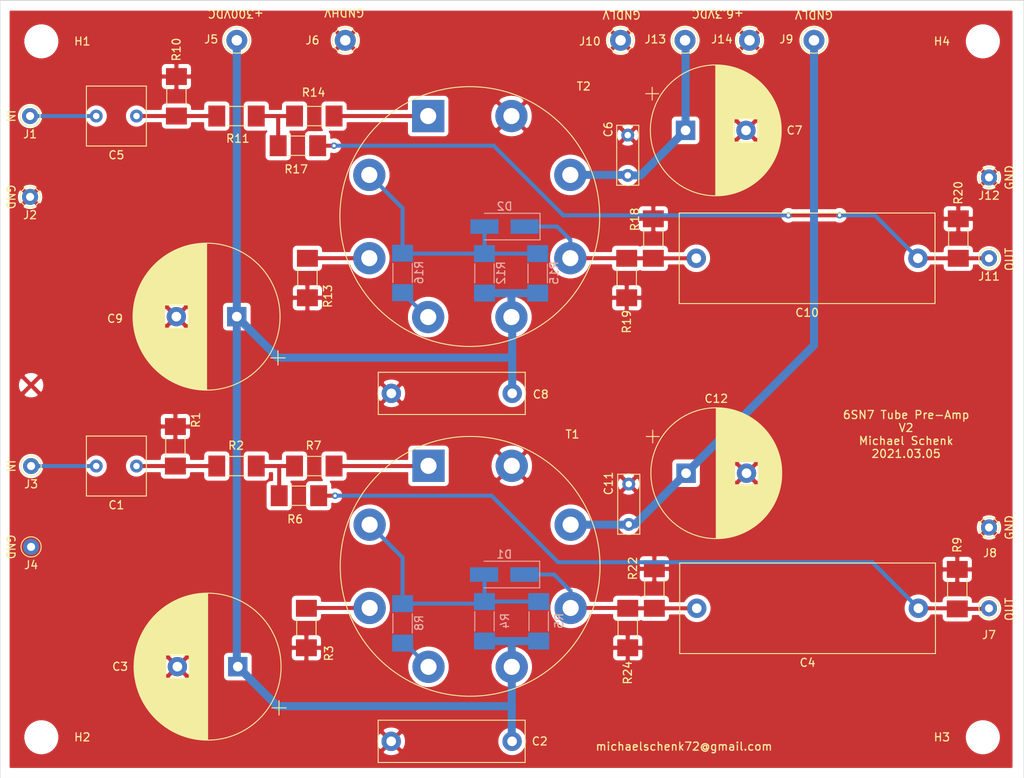
<source format=kicad_pcb>
(kicad_pcb (version 20171130) (host pcbnew 5.1.9-73d0e3b20d~88~ubuntu16.04.1)
  (layers (0 F.Cu signal hide) (31 B.Cu signal hide) (34 B.Paste user hide) (35 F.Paste user hide) (36 B.SilkS user hide) (37 F.SilkS user) (38 B.Mask user hide) (39 F.Mask user hide) (44 Edge.Cuts user))
  (net 0 "")
  (net 1 "Net-(C1-Pad2)")
  (net 2 "Net-(C1-Pad1)")
  (net 3 GND)
  (net 4 VDDA)
  (net 5 "Net-(C4-Pad2)")
  (net 6 "Net-(C4-Pad1)")
  (net 7 "Net-(R2-Pad1)")
  (net 8 "Net-(R3-Pad1)")
  (net 9 "Net-(C5-Pad2)")
  (net 10 "Net-(C5-Pad1)")
  (net 11 "Net-(R11-Pad1)")
  (net 12 "Net-(C10-Pad2)")
  (net 13 "Net-(C10-Pad1)")
  (net 14 "Net-(R7-Pad1)")
  (net 15 "Net-(R8-Pad1)")
  (net 16 "Net-(R13-Pad1)")
  (net 17 "Net-(R14-Pad1)")
  (net 18 "Net-(R16-Pad1)")
  (net 19 VDDF2)
  (net 20 VDDF1)
  (net 21 "Net-(D1-Pad2)")
  (net 22 "Net-(D2-Pad2)")
  (module kicad-snk:TubeOctal (layer F.Cu) (at 97.622226 92.863373 180)
    (fp_text reference T2 (at -14.137774 16.155373) (layer F.SilkS))
    (fp_text value 6SN7GT)
    (pad 1 thru_hole rect (at 5.166226 12.472373 180) (size 4 4) (drill 2) (layers *.Cu *.Mask) (net 17 "Net-(R14-Pad1)"))
    (pad 2 thru_hole oval (at 12.472373 5.166226 180) (size 4 4) (drill 2) (layers *.Cu *.Mask) (net 22 "Net-(D2-Pad2)"))
    (pad 3 thru_hole oval (at 12.472373 -5.166226 180) (size 4 4) (drill 2) (layers *.Cu *.Mask) (net 16 "Net-(R13-Pad1)"))
    (pad 4 thru_hole oval (at 5.166226 -12.472373 180) (size 4 4) (drill 2) (layers *.Cu *.Mask) (net 18 "Net-(R16-Pad1)"))
    (pad 5 thru_hole oval (at -5.166226 -12.472373 180) (size 4 4) (drill 2) (layers *.Cu *.Mask) (net 4 VDDA))
    (pad 6 thru_hole oval (at -12.472373 -5.166226 180) (size 4 4) (drill 2) (layers *.Cu *.Mask) (net 12 "Net-(C10-Pad2)"))
    (pad 7 thru_hole oval (at -12.472373 5.166226 180) (size 4 4) (drill 2) (layers *.Cu *.Mask) (net 19 VDDF2))
    (pad 8 thru_hole circle (at -5.166226 12.472373 180) (size 4 4) (drill 2) (layers *.Cu *.Mask) (net 3 GND))
  )
  (module Diode_SMD:D_SMA_Handsoldering (layer B.Cu) (at 101.941 94.107 180)
    (fp_text reference D2 (at 0 2.5) (layer B.SilkS) (effects (justify mirror)))
    (fp_text value 1N4007)
    (pad 2 smd rect (at 2.5 0 180) (size 3.5 1.8) (layers B.Cu B.Paste B.Mask) (net 22 "Net-(D2-Pad2)"))
    (pad 1 smd rect (at -2.5 0 180) (size 3.5 1.8) (layers B.Cu B.Paste B.Mask) (net 12 "Net-(C10-Pad2)"))
  )
  (module Diode_SMD:D_SMA_Handsoldering (layer B.Cu) (at 101.894 137.287 180)
    (fp_text reference D1 (at 0 2.5) (layer B.SilkS) (effects (justify mirror)))
    (fp_text value 1N4007)
    (pad 2 smd rect (at 2.5 0 180) (size 3.5 1.8) (layers B.Cu B.Paste B.Mask) (net 21 "Net-(D1-Pad2)"))
    (pad 1 smd rect (at -2.5 0 180) (size 3.5 1.8) (layers B.Cu B.Paste B.Mask) (net 5 "Net-(C4-Pad2)"))
  )
  (module Connector_Pin:Pin_D1.3mm_L11.0mm (layer F.Cu) (at 132.334 70.993)
    (fp_text reference J14 (at -3.429 -0.127) (layer F.SilkS))
    (fp_text value GNDLV)
    (pad 1 thru_hole circle (at 0 0) (size 2.6 2.6) (drill 1.3) (layers *.Cu *.Mask) (net 3 GND))
  )
  (module Connector_Pin:Pin_D1.3mm_L11.0mm (layer F.Cu) (at 124.333 70.993)
    (fp_text reference J13 (at -3.683 -0.127) (layer F.SilkS))
    (fp_text value LV2)
    (pad 1 thru_hole circle (at 0 0) (size 2.6 2.6) (drill 1.3) (layers *.Cu *.Mask) (net 19 VDDF2))
  )
  (module Capacitor_THT:C_Rect_L31.5mm_W11.0mm_P27.50mm_MKS4 (layer F.Cu) (at 153.23 98.044 180)
    (fp_text reference C10 (at 13.75 -6.75) (layer F.SilkS))
    (fp_text value 2.2uF)
    (pad 2 thru_hole circle (at 27.5 0 180) (size 2.4 2.4) (drill 1.2) (layers *.Cu *.Mask) (net 12 "Net-(C10-Pad2)"))
    (pad 1 thru_hole circle (at 0 0 180) (size 2.4 2.4) (drill 1.2) (layers *.Cu *.Mask) (net 13 "Net-(C10-Pad1)"))
  )
  (module Capacitor_THT:C_Rect_L18.0mm_W5.0mm_P15.00mm_FKS3_FKP3 (layer F.Cu) (at 102.884 114.808 180)
    (fp_text reference C8 (at -3.542 -0.127) (layer F.SilkS))
    (fp_text value 100nF)
    (pad 2 thru_hole circle (at 15 0 180) (size 2.4 2.4) (drill 1.2) (layers *.Cu *.Mask) (net 3 GND))
    (pad 1 thru_hole circle (at 0 0 180) (size 2.4 2.4) (drill 1.2) (layers *.Cu *.Mask) (net 4 VDDA))
  )
  (module Capacitor_THT:C_Rect_L31.5mm_W11.0mm_P27.50mm_MKS4 (layer F.Cu) (at 153.289 141.478 180)
    (fp_text reference C4 (at 13.75 -6.75) (layer F.SilkS))
    (fp_text value 2.2uF)
    (pad 2 thru_hole circle (at 27.5 0 180) (size 2.4 2.4) (drill 1.2) (layers *.Cu *.Mask) (net 5 "Net-(C4-Pad2)"))
    (pad 1 thru_hole circle (at 0 0 180) (size 2.4 2.4) (drill 1.2) (layers *.Cu *.Mask) (net 6 "Net-(C4-Pad1)"))
  )
  (module Capacitor_THT:C_Rect_L18.0mm_W5.0mm_P15.00mm_FKS3_FKP3 (layer F.Cu) (at 102.87 157.988 180)
    (fp_text reference C2 (at -3.429 0) (layer F.SilkS))
    (fp_text value 100nF)
    (pad 2 thru_hole circle (at 15 0 180) (size 2.4 2.4) (drill 1.2) (layers *.Cu *.Mask) (net 3 GND))
    (pad 1 thru_hole circle (at 0 0 180) (size 2.4 2.4) (drill 1.2) (layers *.Cu *.Mask) (net 4 VDDA))
  )
  (module kicad-snk:TubeOctal (layer F.Cu) (at 97.663 136.271 180)
    (fp_text reference T1 (at -12.7 16.383) (layer F.SilkS))
    (fp_text value 6SN7GT)
    (pad 1 thru_hole rect (at 5.166226 12.472373 180) (size 4 4) (drill 2) (layers *.Cu *.Mask) (net 14 "Net-(R7-Pad1)"))
    (pad 2 thru_hole oval (at 12.472373 5.166226 180) (size 4 4) (drill 2) (layers *.Cu *.Mask) (net 21 "Net-(D1-Pad2)"))
    (pad 3 thru_hole oval (at 12.472373 -5.166226 180) (size 4 4) (drill 2) (layers *.Cu *.Mask) (net 8 "Net-(R3-Pad1)"))
    (pad 4 thru_hole oval (at 5.166226 -12.472373 180) (size 4 4) (drill 2) (layers *.Cu *.Mask) (net 15 "Net-(R8-Pad1)"))
    (pad 5 thru_hole oval (at -5.166226 -12.472373 180) (size 4 4) (drill 2) (layers *.Cu *.Mask) (net 4 VDDA))
    (pad 6 thru_hole oval (at -12.472373 -5.166226 180) (size 4 4) (drill 2) (layers *.Cu *.Mask) (net 5 "Net-(C4-Pad2)"))
    (pad 7 thru_hole oval (at -12.472373 5.166226 180) (size 4 4) (drill 2) (layers *.Cu *.Mask) (net 20 VDDF1))
    (pad 8 thru_hole circle (at -5.166226 12.472373 180) (size 4 4) (drill 2) (layers *.Cu *.Mask) (net 3 GND))
  )
  (module Resistor_SMD:R_MELF_MMB-0207 (layer F.Cu) (at 117.221 143.928 270)
    (fp_text reference R24 (at 5.551 0 90) (layer F.SilkS))
    (fp_text value 47k/1W)
    (pad 2 smd rect (at 2.45 0 270) (size 2.1 2.6) (layers F.Cu F.Paste F.Mask) (net 3 GND))
    (pad 1 smd rect (at -2.45 0 270) (size 2.1 2.6) (layers F.Cu F.Paste F.Mask) (net 5 "Net-(C4-Pad2)"))
  )
  (module Resistor_SMD:R_MELF_MMB-0207 (layer F.Cu) (at 120.523 139.028 90)
    (fp_text reference R22 (at 2.503 -2.667 90) (layer F.SilkS))
    (fp_text value 47k/1W)
    (pad 2 smd rect (at 2.45 0 90) (size 2.1 2.6) (layers F.Cu F.Paste F.Mask) (net 3 GND))
    (pad 1 smd rect (at -2.45 0 90) (size 2.1 2.6) (layers F.Cu F.Paste F.Mask) (net 5 "Net-(C4-Pad2)"))
  )
  (module Resistor_SMD:R_MELF_MMB-0207 (layer F.Cu) (at 158.242 95.594 90)
    (fp_text reference R20 (at 5.678 0 90) (layer F.SilkS))
    (fp_text value 1Meg)
    (pad 2 smd rect (at 2.45 0 90) (size 2.1 2.6) (layers F.Cu F.Paste F.Mask) (net 3 GND))
    (pad 1 smd rect (at -2.45 0 90) (size 2.1 2.6) (layers F.Cu F.Paste F.Mask) (net 13 "Net-(C10-Pad1)"))
  )
  (module Resistor_SMD:R_MELF_MMB-0207 (layer F.Cu) (at 117.094 100.494 270)
    (fp_text reference R19 (at 5.424 0 90) (layer F.SilkS))
    (fp_text value 47k/1W)
    (pad 2 smd rect (at 2.45 0 270) (size 2.1 2.6) (layers F.Cu F.Paste F.Mask) (net 3 GND))
    (pad 1 smd rect (at -2.45 0 270) (size 2.1 2.6) (layers F.Cu F.Paste F.Mask) (net 12 "Net-(C10-Pad2)"))
  )
  (module Resistor_SMD:R_MELF_MMB-0207 (layer F.Cu) (at 120.396 95.594 90)
    (fp_text reference R18 (at 2.376 -2.286 90) (layer F.SilkS))
    (fp_text value 47k/1W)
    (pad 2 smd rect (at 2.45 0 90) (size 2.1 2.6) (layers F.Cu F.Paste F.Mask) (net 3 GND))
    (pad 1 smd rect (at -2.45 0 90) (size 2.1 2.6) (layers F.Cu F.Paste F.Mask) (net 12 "Net-(C10-Pad2)"))
  )
  (module Resistor_SMD:R_MELF_MMB-0207 (layer F.Cu) (at 76.29 84.074 180)
    (fp_text reference R17 (at 0.217 -2.921) (layer F.SilkS))
    (fp_text value 100k)
    (pad 2 smd rect (at 2.45 0 180) (size 2.1 2.6) (layers F.Cu F.Paste F.Mask) (net 11 "Net-(R11-Pad1)"))
    (pad 1 smd rect (at -2.45 0 180) (size 2.1 2.6) (layers F.Cu F.Paste F.Mask) (net 13 "Net-(C10-Pad1)"))
  )
  (module Resistor_SMD:R_MELF_MMB-0207 (layer B.Cu) (at 89.281 99.859 90)
    (fp_text reference R16 (at 0.05 2.05 90) (layer B.SilkS) (effects (justify mirror)))
    (fp_text value 100R)
    (pad 2 smd rect (at 2.45 0 90) (size 2.1 2.6) (layers B.Cu B.Paste B.Mask) (net 22 "Net-(D2-Pad2)"))
    (pad 1 smd rect (at -2.45 0 90) (size 2.1 2.6) (layers B.Cu B.Paste B.Mask) (net 18 "Net-(R16-Pad1)"))
  )
  (module Resistor_SMD:R_MELF_MMB-0207 (layer B.Cu) (at 106.045 99.912 90)
    (fp_text reference R15 (at 0.05 2.05 270) (layer B.SilkS) (effects (justify mirror)))
    (fp_text value 47k/1W)
    (pad 2 smd rect (at 2.45 0 90) (size 2.1 2.6) (layers B.Cu B.Paste B.Mask) (net 22 "Net-(D2-Pad2)"))
    (pad 1 smd rect (at -2.45 0 90) (size 2.1 2.6) (layers B.Cu B.Paste B.Mask) (net 4 VDDA))
  )
  (module Resistor_SMD:R_MELF_MMB-0207 (layer F.Cu) (at 78.322 80.391 180)
    (fp_text reference R14 (at 0.09 2.921) (layer F.SilkS))
    (fp_text value 100R)
    (pad 2 smd rect (at 2.45 0 180) (size 2.1 2.6) (layers F.Cu F.Paste F.Mask) (net 11 "Net-(R11-Pad1)"))
    (pad 1 smd rect (at -2.45 0 180) (size 2.1 2.6) (layers F.Cu F.Paste F.Mask) (net 17 "Net-(R14-Pad1)"))
  )
  (module Resistor_SMD:R_MELF_MMB-0207 (layer F.Cu) (at 77.47 100.494 270)
    (fp_text reference R13 (at 2.249 -2.54 90) (layer F.SilkS))
    (fp_text value 1k)
    (pad 2 smd rect (at 2.45 0 270) (size 2.1 2.6) (layers F.Cu F.Paste F.Mask) (net 3 GND))
    (pad 1 smd rect (at -2.45 0 270) (size 2.1 2.6) (layers F.Cu F.Paste F.Mask) (net 16 "Net-(R13-Pad1)"))
  )
  (module Resistor_SMD:R_MELF_MMB-0207 (layer B.Cu) (at 99.441 99.912 90)
    (fp_text reference R12 (at 0.05 2.05 270) (layer B.SilkS) (effects (justify mirror)))
    (fp_text value 47k/1W)
    (pad 2 smd rect (at 2.45 0 90) (size 2.1 2.6) (layers B.Cu B.Paste B.Mask) (net 22 "Net-(D2-Pad2)"))
    (pad 1 smd rect (at -2.45 0 90) (size 2.1 2.6) (layers B.Cu B.Paste B.Mask) (net 4 VDDA))
  )
  (module Resistor_SMD:R_MELF_MMB-0207 (layer F.Cu) (at 68.67 80.391 180)
    (fp_text reference R11 (at -0.164 -2.794) (layer F.SilkS))
    (fp_text value 47k)
    (pad 2 smd rect (at 2.45 0 180) (size 2.1 2.6) (layers F.Cu F.Paste F.Mask) (net 10 "Net-(C5-Pad1)"))
    (pad 1 smd rect (at -2.45 0 180) (size 2.1 2.6) (layers F.Cu F.Paste F.Mask) (net 11 "Net-(R11-Pad1)"))
  )
  (module Resistor_SMD:R_MELF_MMB-0207 (layer F.Cu) (at 61.214 77.941 90)
    (fp_text reference R10 (at 5.805 0 90) (layer F.SilkS))
    (fp_text value 1Meg)
    (pad 2 smd rect (at 2.45 0 90) (size 2.1 2.6) (layers F.Cu F.Paste F.Mask) (net 3 GND))
    (pad 1 smd rect (at -2.45 0 90) (size 2.1 2.6) (layers F.Cu F.Paste F.Mask) (net 10 "Net-(C5-Pad1)"))
  )
  (module Resistor_SMD:R_MELF_MMB-0207 (layer B.Cu) (at 89.281 143.346 90)
    (fp_text reference R8 (at 0.05 2.05 90) (layer B.SilkS) (effects (justify mirror)))
    (fp_text value 100R)
    (pad 2 smd rect (at 2.45 0 90) (size 2.1 2.6) (layers B.Cu B.Paste B.Mask) (net 21 "Net-(D1-Pad2)"))
    (pad 1 smd rect (at -2.45 0 90) (size 2.1 2.6) (layers B.Cu B.Paste B.Mask) (net 15 "Net-(R8-Pad1)"))
  )
  (module Resistor_SMD:R_MELF_MMB-0207 (layer F.Cu) (at 78.322 123.825 180)
    (fp_text reference R7 (at 0.09 2.54) (layer F.SilkS))
    (fp_text value 100R)
    (pad 2 smd rect (at 2.45 0 180) (size 2.1 2.6) (layers F.Cu F.Paste F.Mask) (net 7 "Net-(R2-Pad1)"))
    (pad 1 smd rect (at -2.45 0 180) (size 2.1 2.6) (layers F.Cu F.Paste F.Mask) (net 14 "Net-(R7-Pad1)"))
  )
  (module Resistor_SMD:R_MELF_MMB-0207 (layer F.Cu) (at 77.343 143.928 270)
    (fp_text reference R3 (at 3.138 -2.794 90) (layer F.SilkS))
    (fp_text value 1k)
    (pad 2 smd rect (at 2.45 0 270) (size 2.1 2.6) (layers F.Cu F.Paste F.Mask) (net 3 GND))
    (pad 1 smd rect (at -2.45 0 270) (size 2.1 2.6) (layers F.Cu F.Paste F.Mask) (net 8 "Net-(R3-Pad1)"))
  )
  (module Connector_Pin:Pin_D1.0mm_L10.0mm (layer F.Cu) (at 162.052 88.011)
    (fp_text reference J12 (at 0 2.25) (layer F.SilkS))
    (fp_text value GNDOUT)
    (pad 1 thru_hole circle (at 0 0) (size 2 2) (drill 1) (layers *.Cu *.Mask) (net 3 GND))
  )
  (module Connector_Pin:Pin_D1.0mm_L10.0mm (layer F.Cu) (at 162.052 98.044)
    (fp_text reference J11 (at 0 2.25) (layer F.SilkS))
    (fp_text value OUT)
    (pad 1 thru_hole circle (at 0 0) (size 2 2) (drill 1) (layers *.Cu *.Mask) (net 13 "Net-(C10-Pad1)"))
  )
  (module Connector_Pin:Pin_D1.0mm_L10.0mm (layer F.Cu) (at 43.053 90.424)
    (fp_text reference J2 (at 0 2.25) (layer F.SilkS))
    (fp_text value GNDIN)
    (pad 1 thru_hole circle (at 0 0) (size 2 2) (drill 1) (layers *.Cu *.Mask) (net 3 GND))
  )
  (module Connector_Pin:Pin_D1.0mm_L10.0mm (layer F.Cu) (at 43.053 80.391)
    (fp_text reference J1 (at 0 2.25) (layer F.SilkS))
    (fp_text value IN)
    (pad 1 thru_hole circle (at 0 0) (size 2 2) (drill 1) (layers *.Cu *.Mask) (net 9 "Net-(C5-Pad2)"))
  )
  (module Capacitor_THT:CP_Radial_D18.0mm_P7.50mm (layer F.Cu) (at 68.707 105.283 180)
    (fp_text reference C9 (at 15.113 -0.254) (layer F.SilkS))
    (fp_text value 100uF)
    (pad 2 thru_hole circle (at 7.5 0 180) (size 2.4 2.4) (drill 1.2) (layers *.Cu *.Mask) (net 3 GND))
    (pad 1 thru_hole rect (at 0 0 180) (size 2.4 2.4) (drill 1.2) (layers *.Cu *.Mask) (net 4 VDDA))
  )
  (module Capacitor_THT:CP_Radial_D16.0mm_P7.50mm (layer F.Cu) (at 124.3965 82.169)
    (fp_text reference C7 (at 13.5255 0) (layer F.SilkS))
    (fp_text value 2200uF)
    (pad 2 thru_hole circle (at 7.5 0) (size 2.4 2.4) (drill 1.2) (layers *.Cu *.Mask) (net 3 GND))
    (pad 1 thru_hole rect (at 0 0) (size 2.4 2.4) (drill 1.2) (layers *.Cu *.Mask) (net 19 VDDF2))
  )
  (module Capacitor_THT:C_Rect_L7.2mm_W2.5mm_P5.00mm_FKS2_FKP2_MKS2_MKP2 (layer F.Cu) (at 117.221 87.757 90)
    (fp_text reference C6 (at 5.715 -2.413 90) (layer F.SilkS))
    (fp_text value 100nF)
    (pad 2 thru_hole circle (at 5 0 90) (size 1.6 1.6) (drill 0.8) (layers *.Cu *.Mask) (net 3 GND))
    (pad 1 thru_hole circle (at 0 0 90) (size 1.6 1.6) (drill 0.8) (layers *.Cu *.Mask) (net 19 VDDF2))
  )
  (module Capacitor_THT:C_Rect_L7.2mm_W7.2mm_P5.00mm_FKS2_FKP2_MKS2_MKP2 (layer F.Cu) (at 56.261 80.391 180)
    (fp_text reference C5 (at 2.5 -4.85) (layer F.SilkS))
    (fp_text value 3.3uF)
    (pad 2 thru_hole circle (at 5 0 180) (size 1.6 1.6) (drill 0.8) (layers *.Cu *.Mask) (net 9 "Net-(C5-Pad2)"))
    (pad 1 thru_hole circle (at 0 0 180) (size 1.6 1.6) (drill 0.8) (layers *.Cu *.Mask) (net 10 "Net-(C5-Pad1)"))
  )
  (module Capacitor_THT:CP_Radial_D16.0mm_P7.50mm (layer F.Cu) (at 124.46 124.714)
    (fp_text reference C12 (at 3.75 -9.25) (layer F.SilkS))
    (fp_text value 2200uF)
    (pad 2 thru_hole circle (at 7.5 0) (size 2.4 2.4) (drill 1.2) (layers *.Cu *.Mask) (net 3 GND))
    (pad 1 thru_hole rect (at 0 0) (size 2.4 2.4) (drill 1.2) (layers *.Cu *.Mask) (net 20 VDDF1))
  )
  (module Capacitor_THT:C_Rect_L7.2mm_W2.5mm_P5.00mm_FKS2_FKP2_MKS2_MKP2 (layer F.Cu) (at 117.348 131.064 90)
    (fp_text reference C11 (at 5.08 -2.5 90) (layer F.SilkS))
    (fp_text value 100nF)
    (pad 2 thru_hole circle (at 5 0 90) (size 1.6 1.6) (drill 0.8) (layers *.Cu *.Mask) (net 3 GND))
    (pad 1 thru_hole circle (at 0 0 90) (size 1.6 1.6) (drill 0.8) (layers *.Cu *.Mask) (net 20 VDDF1))
  )
  (module Connector_Pin:Pin_D1.3mm_L11.0mm (layer F.Cu) (at 116.332 70.993)
    (fp_text reference J10 (at -3.81 0.127) (layer F.SilkS))
    (fp_text value GNDLV)
    (pad 1 thru_hole circle (at 0 0) (size 2.6 2.6) (drill 1.3) (layers *.Cu *.Mask) (net 3 GND))
  )
  (module Connector_Pin:Pin_D1.3mm_L11.0mm (layer F.Cu) (at 140.335 70.993)
    (fp_text reference J9 (at -3.429 -0.127) (layer F.SilkS))
    (fp_text value LV1)
    (pad 1 thru_hole circle (at 0 0) (size 2.6 2.6) (drill 1.3) (layers *.Cu *.Mask) (net 20 VDDF1))
  )
  (module Resistor_SMD:R_MELF_MMB-0207 (layer F.Cu) (at 158.115 139.102 90)
    (fp_text reference R9 (at 5.498 0 90) (layer F.SilkS))
    (fp_text value 1Meg)
    (pad 2 smd rect (at 2.45 0 90) (size 2.1 2.6) (layers F.Cu F.Paste F.Mask) (net 3 GND))
    (pad 1 smd rect (at -2.45 0 90) (size 2.1 2.6) (layers F.Cu F.Paste F.Mask) (net 6 "Net-(C4-Pad1)"))
  )
  (module Resistor_SMD:R_MELF_MMB-0207 (layer F.Cu) (at 76.417 127.508 180)
    (fp_text reference R6 (at 0.471 -2.921) (layer F.SilkS))
    (fp_text value 100k)
    (pad 2 smd rect (at 2.45 0 180) (size 2.1 2.6) (layers F.Cu F.Paste F.Mask) (net 7 "Net-(R2-Pad1)"))
    (pad 1 smd rect (at -2.45 0 180) (size 2.1 2.6) (layers F.Cu F.Paste F.Mask) (net 6 "Net-(C4-Pad1)"))
  )
  (module Resistor_SMD:R_MELF_MMB-0207 (layer B.Cu) (at 106.172 143.092 90)
    (fp_text reference R5 (at 0.05 2.54 270) (layer B.SilkS) (effects (justify mirror)))
    (fp_text value 47k/1W)
    (pad 2 smd rect (at 2.45 0 90) (size 2.1 2.6) (layers B.Cu B.Paste B.Mask) (net 21 "Net-(D1-Pad2)"))
    (pad 1 smd rect (at -2.45 0 90) (size 2.1 2.6) (layers B.Cu B.Paste B.Mask) (net 4 VDDA))
  )
  (module Resistor_SMD:R_MELF_MMB-0207 (layer B.Cu) (at 99.441 143.092 90)
    (fp_text reference R4 (at 0.05 2.54 270) (layer B.SilkS) (effects (justify mirror)))
    (fp_text value 47k/1W)
    (pad 2 smd rect (at 2.45 0 90) (size 2.1 2.6) (layers B.Cu B.Paste B.Mask) (net 21 "Net-(D1-Pad2)"))
    (pad 1 smd rect (at -2.45 0 90) (size 2.1 2.6) (layers B.Cu B.Paste B.Mask) (net 4 VDDA))
  )
  (module Resistor_SMD:R_MELF_MMB-0207 (layer F.Cu) (at 68.67 123.825 180)
    (fp_text reference R2 (at 0.05 2.54) (layer F.SilkS))
    (fp_text value 47k)
    (pad 2 smd rect (at 2.45 0 180) (size 2.1 2.6) (layers F.Cu F.Paste F.Mask) (net 2 "Net-(C1-Pad1)"))
    (pad 1 smd rect (at -2.45 0 180) (size 2.1 2.6) (layers F.Cu F.Paste F.Mask) (net 7 "Net-(R2-Pad1)"))
  )
  (module Resistor_SMD:R_MELF_MMB-0207 (layer F.Cu) (at 61.087 121.375 90)
    (fp_text reference R1 (at 3.265 2.54 90) (layer F.SilkS))
    (fp_text value 1Meg)
    (pad 2 smd rect (at 2.45 0 90) (size 2.1 2.6) (layers F.Cu F.Paste F.Mask) (net 3 GND))
    (pad 1 smd rect (at -2.45 0 90) (size 2.1 2.6) (layers F.Cu F.Paste F.Mask) (net 2 "Net-(C1-Pad1)"))
  )
  (module Connector_Pin:Pin_D1.0mm_L10.0mm (layer F.Cu) (at 162.052 131.445)
    (fp_text reference J8 (at 0.127 3.175) (layer F.SilkS))
    (fp_text value GNDOUT)
    (pad 1 thru_hole circle (at 0 0) (size 2 2) (drill 1) (layers *.Cu *.Mask) (net 3 GND))
  )
  (module Connector_Pin:Pin_D1.0mm_L10.0mm (layer F.Cu) (at 162.052 141.478)
    (fp_text reference J7 (at 0 3.302) (layer F.SilkS))
    (fp_text value OUT)
    (pad 1 thru_hole circle (at 0 0) (size 2 2) (drill 1) (layers *.Cu *.Mask) (net 6 "Net-(C4-Pad1)"))
  )
  (module Connector_Pin:Pin_D1.3mm_L11.0mm (layer F.Cu) (at 82.169 70.993)
    (fp_text reference J6 (at -4.064 0) (layer F.SilkS))
    (fp_text value GNDHV)
    (pad 1 thru_hole circle (at 0 0) (size 2.6 2.6) (drill 1.3) (layers *.Cu *.Mask) (net 3 GND))
  )
  (module Connector_Pin:Pin_D1.3mm_L11.0mm (layer F.Cu) (at 68.707 70.993)
    (fp_text reference J5 (at -3.175 -0.127) (layer F.SilkS))
    (fp_text value HV)
    (pad 1 thru_hole circle (at 0 0) (size 2.6 2.6) (drill 1.3) (layers *.Cu *.Mask) (net 4 VDDA))
  )
  (module Connector_Pin:Pin_D1.0mm_L10.0mm (layer F.Cu) (at 43.18 133.858)
    (fp_text reference J4 (at 0 2.25) (layer F.SilkS))
    (fp_text value GNDIN)
    (pad 1 thru_hole circle (at 0 0) (size 2 2) (drill 1) (layers *.Cu *.Mask) (net 3 GND))
  )
  (module Connector_Pin:Pin_D1.0mm_L10.0mm (layer F.Cu) (at 43.18 123.825)
    (fp_text reference J3 (at 0 2.25) (layer F.SilkS))
    (fp_text value IN)
    (pad 1 thru_hole circle (at 0 0) (size 2 2) (drill 1) (layers *.Cu *.Mask) (net 1 "Net-(C1-Pad2)"))
  )
  (module MountingHole:MountingHole_3.2mm_M3 (layer F.Cu) (at 161.29 71.12)
    (fp_text reference H4 (at -5.08 0) (layer F.SilkS))
    (fp_text value MountingHole)
    (pad 1 np_thru_hole circle (at 0 0) (size 3.2 3.2) (drill 3.2) (layers *.Cu *.Mask))
  )
  (module MountingHole:MountingHole_3.2mm_M3 (layer F.Cu) (at 161.29 157.48)
    (fp_text reference H3 (at -5.08 0) (layer F.SilkS))
    (fp_text value MountingHole)
    (pad 1 np_thru_hole circle (at 0 0) (size 3.2 3.2) (drill 3.2) (layers *.Cu *.Mask))
  )
  (module MountingHole:MountingHole_3.2mm_M3 (layer F.Cu) (at 44.45 157.48)
    (fp_text reference H2 (at 5.08 0) (layer F.SilkS))
    (fp_text value MountingHole)
    (pad 1 np_thru_hole circle (at 0 0) (size 3.2 3.2) (drill 3.2) (layers *.Cu *.Mask))
  )
  (module MountingHole:MountingHole_3.2mm_M3 (layer F.Cu) (at 44.45 71.12)
    (fp_text reference H1 (at 5.08 0) (layer F.SilkS))
    (fp_text value MountingHole)
    (pad 1 np_thru_hole circle (at 0 0) (size 3.2 3.2) (drill 3.2) (layers *.Cu *.Mask))
  )
  (module Capacitor_THT:CP_Radial_D18.0mm_P7.50mm (layer F.Cu) (at 68.834 148.717 180)
    (fp_text reference C3 (at 14.605 0) (layer F.SilkS))
    (fp_text value 100uF)
    (pad 2 thru_hole circle (at 7.5 0 180) (size 2.4 2.4) (drill 1.2) (layers *.Cu *.Mask) (net 3 GND))
    (pad 1 thru_hole rect (at 0 0 180) (size 2.4 2.4) (drill 1.2) (layers *.Cu *.Mask) (net 4 VDDA))
  )
  (module Capacitor_THT:C_Rect_L7.2mm_W7.2mm_P5.00mm_FKS2_FKP2_MKS2_MKP2 (layer F.Cu) (at 56.261 123.825 180)
    (fp_text reference C1 (at 2.5 -4.85) (layer F.SilkS))
    (fp_text value 3.3uF)
    (pad 2 thru_hole circle (at 5 0 180) (size 1.6 1.6) (drill 0.8) (layers *.Cu *.Mask) (net 1 "Net-(C1-Pad2)"))
    (pad 1 thru_hole circle (at 0 0 180) (size 1.6 1.6) (drill 0.8) (layers *.Cu *.Mask) (net 2 "Net-(C1-Pad1)"))
  )
  (gr_text OUT (at 164.592 141.605 90) (layer F.SilkS) (effects (font (size 1 1))))
  (gr_text GND (at 164.592 131.445 90) (layer F.SilkS) (effects (font (size 1 1))))
  (gr_text GNDLV (at 116.459 67.818 180) (layer F.SilkS) (effects (font (size 1 1))))
  (gr_line (start 39.37 162.56) (end 39.37 66.04) (layer Edge.Cuts) (width 0.05))
  (gr_line (start 166.37 162.56) (end 39.37 162.56) (layer Edge.Cuts) (width 0.05))
  (gr_line (start 166.37 66.04) (end 166.37 162.56) (layer Edge.Cuts) (width 0.05))
  (gr_text GNDLV (at 140.335 67.818 180) (layer F.SilkS) (effects (font (size 1 1))))
  (gr_text GNDHV (at 82.042 67.564 180) (layer F.SilkS) (effects (font (size 1 1))))
  (gr_text +6.3VDC (at 128.397 67.691 180) (layer F.SilkS) (effects (font (size 1 1))))
  (gr_text +300VDC (at 68.58 67.691 180) (layer F.SilkS) (effects (font (size 1 1))))
  (gr_text OUT (at 164.592 98.171 90) (layer F.SilkS) (effects (font (size 1 1))))
  (gr_text GND (at 164.592 88.011 90) (layer F.SilkS) (effects (font (size 1 1))))
  (gr_text GND (at 40.64 90.424 270) (layer F.SilkS) (effects (font (size 1 1))))
  (gr_text GND (at 40.64 133.858 270) (layer F.SilkS) (effects (font (size 1 1))))
  (gr_text IN (at 40.64 123.825 270) (layer F.SilkS) (effects (font (size 1 1))))
  (gr_text IN (at 40.64 80.391 270) (layer F.SilkS) (effects (font (size 1 1))))
  (gr_text "6SN7 Tube Pre-Amp\nV2\nMichael Schenk\n2021.03.05" (at 151.765 119.888) (layer F.SilkS) (effects (font (size 1 1))))
  (gr_text michaelschenk72@gmail.com (at 124.206 158.623) (layer F.SilkS) (effects (font (size 1 1))))
  (gr_line (start 39.37 66.04) (end 166.37 66.04) (layer Edge.Cuts) (width 0.1))
  (segment (start 51.261 123.825) (end 43.18 123.825) (width 0.5) (layer B.Cu) (net 1))
  (segment (start 56.261 123.825) (end 61.087 123.825) (width 0.5) (layer F.Cu) (net 2))
  (segment (start 61.087 123.825) (end 66.22 123.825) (width 0.5) (layer F.Cu) (net 2))
  (segment (start 68.707 70.993) (end 68.707 105.283) (width 1) (layer B.Cu) (net 4))
  (segment (start 68.707 148.59) (end 68.834 148.717) (width 1) (layer B.Cu) (net 4))
  (segment (start 68.707 105.283) (end 68.707 148.59) (width 1) (layer B.Cu) (net 4))
  (segment (start 102.829226 157.947226) (end 102.87 157.988) (width 1) (layer B.Cu) (net 4))
  (segment (start 102.884 105.431294) (end 102.788452 105.335746) (width 1) (layer B.Cu) (net 4))
  (segment (start 102.884 110.377) (end 73.801 110.377) (width 1) (layer B.Cu) (net 4))
  (segment (start 102.884 114.808) (end 102.884 110.377) (width 1) (layer B.Cu) (net 4))
  (segment (start 73.801 110.377) (end 68.707 105.283) (width 1) (layer B.Cu) (net 4))
  (segment (start 102.884 110.377) (end 102.884 105.431294) (width 1) (layer B.Cu) (net 4))
  (segment (start 73.746226 153.629226) (end 68.834 148.717) (width 1) (layer B.Cu) (net 4))
  (segment (start 102.829226 153.629226) (end 73.746226 153.629226) (width 1) (layer B.Cu) (net 4))
  (segment (start 102.829226 148.743373) (end 102.829226 153.629226) (width 1) (layer B.Cu) (net 4))
  (segment (start 102.829226 153.629226) (end 102.829226 157.947226) (width 1) (layer B.Cu) (net 4))
  (segment (start 102.788452 105.335746) (end 102.788452 102.661452) (width 1) (layer B.Cu) (net 4))
  (segment (start 102.788452 102.661452) (end 102.489 102.362) (width 1) (layer B.Cu) (net 4))
  (segment (start 102.489 102.362) (end 106.045 102.362) (width 1) (layer B.Cu) (net 4))
  (segment (start 99.441 102.362) (end 102.489 102.362) (width 1) (layer B.Cu) (net 4))
  (segment (start 102.829226 148.743373) (end 102.829226 145.628226) (width 1) (layer B.Cu) (net 4))
  (segment (start 102.743 145.542) (end 99.441 145.542) (width 1) (layer B.Cu) (net 4))
  (segment (start 102.829226 145.628226) (end 102.743 145.542) (width 1) (layer B.Cu) (net 4))
  (segment (start 106.172 145.542) (end 102.743 145.542) (width 1) (layer B.Cu) (net 4))
  (segment (start 117.180226 141.437226) (end 117.221 141.478) (width 0.5) (layer F.Cu) (net 5))
  (segment (start 110.135373 141.437226) (end 117.180226 141.437226) (width 0.5) (layer F.Cu) (net 5))
  (segment (start 117.221 141.478) (end 120.523 141.478) (width 0.5) (layer F.Cu) (net 5))
  (segment (start 120.523 141.478) (end 125.789 141.478) (width 0.5) (layer F.Cu) (net 5))
  (segment (start 104.394 137.287) (end 108.077 137.287) (width 0.5) (layer B.Cu) (net 5))
  (segment (start 110.135373 139.345373) (end 110.135373 141.437226) (width 0.5) (layer B.Cu) (net 5))
  (segment (start 108.077 137.287) (end 110.135373 139.345373) (width 0.5) (layer B.Cu) (net 5))
  (segment (start 158.041 141.478) (end 158.115 141.552) (width 0.5) (layer F.Cu) (net 6))
  (segment (start 153.289 141.478) (end 158.041 141.478) (width 0.5) (layer F.Cu) (net 6))
  (segment (start 161.978 141.552) (end 162.052 141.478) (width 0.5) (layer F.Cu) (net 6))
  (segment (start 158.115 141.552) (end 161.978 141.552) (width 0.5) (layer F.Cu) (net 6))
  (via (at 80.899 127.508) (size 0.8) (drill 0.4) (layers F.Cu B.Cu) (net 6))
  (segment (start 78.867 127.508) (end 80.899 127.508) (width 0.5) (layer F.Cu) (net 6))
  (segment (start 80.899 127.508) (end 100.33 127.508) (width 0.5) (layer B.Cu) (net 6))
  (segment (start 100.33 127.508) (end 108.585 135.763) (width 0.5) (layer B.Cu) (net 6))
  (segment (start 147.574 135.763) (end 153.289 141.478) (width 0.5) (layer B.Cu) (net 6))
  (segment (start 108.585 135.763) (end 147.574 135.763) (width 0.5) (layer B.Cu) (net 6))
  (segment (start 73.967 123.878) (end 73.914 123.825) (width 0.5) (layer F.Cu) (net 7))
  (segment (start 73.967 127.508) (end 73.967 123.878) (width 0.5) (layer F.Cu) (net 7))
  (segment (start 73.914 123.825) (end 75.872 123.825) (width 0.5) (layer F.Cu) (net 7))
  (segment (start 71.12 123.825) (end 73.914 123.825) (width 0.5) (layer F.Cu) (net 7))
  (segment (start 77.383774 141.437226) (end 77.343 141.478) (width 0.5) (layer F.Cu) (net 8))
  (segment (start 85.190627 141.437226) (end 77.383774 141.437226) (width 0.5) (layer F.Cu) (net 8))
  (segment (start 43.053 80.391) (end 51.261 80.391) (width 0.5) (layer B.Cu) (net 9))
  (segment (start 56.261 80.391) (end 61.214 80.391) (width 0.5) (layer F.Cu) (net 10))
  (segment (start 61.214 80.391) (end 64.442 80.391) (width 0.5) (layer F.Cu) (net 10))
  (segment (start 64.442 80.391) (end 66.22 80.391) (width 0.5) (layer F.Cu) (net 10))
  (segment (start 73.84 80.571) (end 73.66 80.391) (width 0.5) (layer F.Cu) (net 11))
  (segment (start 73.84 84.074) (end 73.84 80.571) (width 0.5) (layer F.Cu) (net 11))
  (segment (start 73.66 80.391) (end 75.872 80.391) (width 0.5) (layer F.Cu) (net 11))
  (segment (start 71.12 80.391) (end 73.66 80.391) (width 0.5) (layer F.Cu) (net 11))
  (segment (start 117.079599 98.029599) (end 117.094 98.044) (width 0.5) (layer F.Cu) (net 12))
  (segment (start 110.094599 98.029599) (end 117.079599 98.029599) (width 0.5) (layer F.Cu) (net 12))
  (segment (start 117.094 98.044) (end 120.396 98.044) (width 0.5) (layer F.Cu) (net 12))
  (segment (start 120.396 98.044) (end 125.73 98.044) (width 0.5) (layer F.Cu) (net 12))
  (segment (start 104.441 94.107) (end 108.458 94.107) (width 0.5) (layer B.Cu) (net 12))
  (segment (start 110.094599 95.743599) (end 110.094599 98.029599) (width 0.5) (layer B.Cu) (net 12))
  (segment (start 108.458 94.107) (end 110.094599 95.743599) (width 0.5) (layer B.Cu) (net 12))
  (segment (start 153.23 98.044) (end 158.242 98.044) (width 0.5) (layer F.Cu) (net 13))
  (segment (start 158.242 98.044) (end 162.052 98.044) (width 0.5) (layer F.Cu) (net 13))
  (via (at 80.772 84.074) (size 0.8) (drill 0.4) (layers F.Cu B.Cu) (net 13))
  (segment (start 78.74 84.074) (end 80.772 84.074) (width 0.5) (layer F.Cu) (net 13))
  (segment (start 80.772 84.074) (end 100.584 84.074) (width 0.5) (layer B.Cu) (net 13))
  (via (at 137.16 92.71) (size 0.8) (drill 0.4) (layers F.Cu B.Cu) (net 13))
  (segment (start 109.22 92.71) (end 137.16 92.71) (width 0.5) (layer B.Cu) (net 13))
  (segment (start 100.584 84.074) (end 109.22 92.71) (width 0.5) (layer B.Cu) (net 13))
  (via (at 143.51 92.71) (size 0.8) (drill 0.4) (layers F.Cu B.Cu) (net 13))
  (segment (start 137.16 92.71) (end 143.51 92.71) (width 0.5) (layer F.Cu) (net 13))
  (segment (start 147.896 92.71) (end 153.23 98.044) (width 0.5) (layer B.Cu) (net 13))
  (segment (start 143.51 92.71) (end 147.896 92.71) (width 0.5) (layer B.Cu) (net 13))
  (segment (start 92.470401 123.825) (end 92.496774 123.798627) (width 0.5) (layer F.Cu) (net 14))
  (segment (start 80.772 123.825) (end 92.470401 123.825) (width 0.5) (layer F.Cu) (net 14))
  (segment (start 89.549401 145.796) (end 92.496774 148.743373) (width 0.5) (layer B.Cu) (net 15))
  (segment (start 89.281 145.796) (end 89.549401 145.796) (width 0.5) (layer B.Cu) (net 15))
  (segment (start 77.484401 98.029599) (end 77.47 98.044) (width 0.5) (layer F.Cu) (net 16))
  (segment (start 85.149853 98.029599) (end 77.484401 98.029599) (width 0.5) (layer F.Cu) (net 16))
  (segment (start 80.772 80.391) (end 92.456 80.391) (width 0.5) (layer F.Cu) (net 17))
  (segment (start 92.307746 105.335746) (end 89.281 102.309) (width 0.5) (layer B.Cu) (net 18))
  (segment (start 92.456 105.335746) (end 92.307746 105.335746) (width 0.5) (layer B.Cu) (net 18))
  (segment (start 117.161147 87.697147) (end 117.221 87.757) (width 1) (layer B.Cu) (net 19))
  (segment (start 110.094599 87.697147) (end 117.161147 87.697147) (width 1) (layer B.Cu) (net 19))
  (segment (start 118.8085 87.757) (end 124.3965 82.169) (width 1) (layer B.Cu) (net 19))
  (segment (start 117.221 87.757) (end 118.8085 87.757) (width 1) (layer B.Cu) (net 19))
  (segment (start 124.3965 71.0565) (end 124.333 70.993) (width 1) (layer B.Cu) (net 19))
  (segment (start 124.3965 82.169) (end 124.3965 71.0565) (width 1) (layer B.Cu) (net 19))
  (segment (start 117.307226 131.104774) (end 117.348 131.064) (width 1) (layer B.Cu) (net 20))
  (segment (start 110.135373 131.104774) (end 117.307226 131.104774) (width 1) (layer B.Cu) (net 20))
  (segment (start 118.11 131.064) (end 124.46 124.714) (width 1) (layer B.Cu) (net 20))
  (segment (start 117.348 131.064) (end 118.11 131.064) (width 1) (layer B.Cu) (net 20))
  (segment (start 124.46 124.714) (end 140.335 108.839) (width 1) (layer B.Cu) (net 20))
  (segment (start 140.335 108.839) (end 140.335 70.993) (width 1) (layer B.Cu) (net 20))
  (segment (start 89.281 135.195147) (end 85.190627 131.104774) (width 0.5) (layer B.Cu) (net 21))
  (segment (start 89.281 140.896) (end 89.281 135.195147) (width 0.5) (layer B.Cu) (net 21))
  (segment (start 99.187 140.896) (end 99.441 140.642) (width 0.5) (layer B.Cu) (net 21))
  (segment (start 89.281 140.896) (end 99.187 140.896) (width 0.5) (layer B.Cu) (net 21))
  (segment (start 99.441 137.334) (end 99.394 137.287) (width 0.5) (layer B.Cu) (net 21))
  (segment (start 99.441 140.642) (end 99.441 137.334) (width 0.5) (layer B.Cu) (net 21))
  (segment (start 106.172 140.642) (end 99.441 140.642) (width 0.5) (layer B.Cu) (net 21))
  (segment (start 89.281 91.828294) (end 85.149853 87.697147) (width 0.5) (layer B.Cu) (net 22))
  (segment (start 89.281 97.335) (end 89.281 91.828294) (width 0.5) (layer B.Cu) (net 22))
  (segment (start 89.334 97.462) (end 89.281 97.409) (width 0.5) (layer B.Cu) (net 22))
  (segment (start 99.441 97.462) (end 89.334 97.462) (width 0.5) (layer B.Cu) (net 22))
  (segment (start 99.441 97.462) (end 99.441 94.107) (width 0.5) (layer B.Cu) (net 22))
  (segment (start 99.441 97.462) (end 106.045 97.462) (width 0.5) (layer B.Cu) (net 22))
  (zone (net 3) (net_name GND) (layer F.Cu) (connect_pads (clearance 0.508)) (min_thickness 0.254) (fill yes (arc_segments 32) (thermal_gap 0.508) (thermal_bridge_width 0.508))
    (polygon (pts (xy 164.972341 161.29) (xy 40.512341 161.29) (xy 40.512341 67.31) (xy 164.972341 67.31)))
  )
)
</source>
